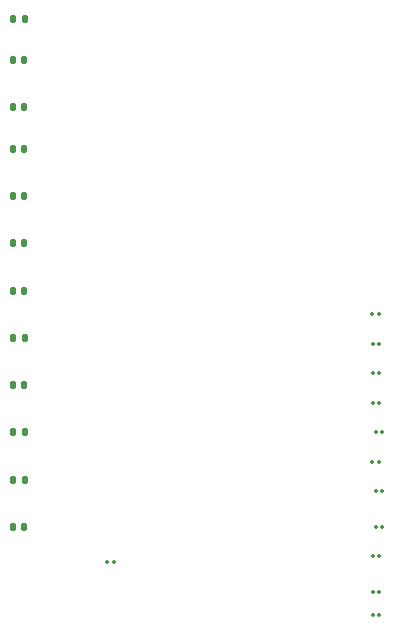
<source format=gbr>
%TF.GenerationSoftware,KiCad,Pcbnew,8.0.3*%
%TF.CreationDate,2024-08-30T12:54:20-04:00*%
%TF.ProjectId,matrix,6d617472-6978-42e6-9b69-6361645f7063,rev?*%
%TF.SameCoordinates,Original*%
%TF.FileFunction,Paste,Top*%
%TF.FilePolarity,Positive*%
%FSLAX46Y46*%
G04 Gerber Fmt 4.6, Leading zero omitted, Abs format (unit mm)*
G04 Created by KiCad (PCBNEW 8.0.3) date 2024-08-30 12:54:20*
%MOMM*%
%LPD*%
G01*
G04 APERTURE LIST*
G04 Aperture macros list*
%AMRoundRect*
0 Rectangle with rounded corners*
0 $1 Rounding radius*
0 $2 $3 $4 $5 $6 $7 $8 $9 X,Y pos of 4 corners*
0 Add a 4 corners polygon primitive as box body*
4,1,4,$2,$3,$4,$5,$6,$7,$8,$9,$2,$3,0*
0 Add four circle primitives for the rounded corners*
1,1,$1+$1,$2,$3*
1,1,$1+$1,$4,$5*
1,1,$1+$1,$6,$7*
1,1,$1+$1,$8,$9*
0 Add four rect primitives between the rounded corners*
20,1,$1+$1,$2,$3,$4,$5,0*
20,1,$1+$1,$4,$5,$6,$7,0*
20,1,$1+$1,$6,$7,$8,$9,0*
20,1,$1+$1,$8,$9,$2,$3,0*%
G04 Aperture macros list end*
%ADD10RoundRect,0.147500X-0.147500X-0.172500X0.147500X-0.172500X0.147500X0.172500X-0.147500X0.172500X0*%
%ADD11RoundRect,0.067500X-0.067500X-0.067500X0.067500X-0.067500X0.067500X0.067500X-0.067500X0.067500X0*%
G04 APERTURE END LIST*
D10*
%TO.C,D10*%
X48500000Y-81000000D03*
X49470000Y-81000000D03*
%TD*%
%TO.C,D11*%
X48515000Y-77000000D03*
X49485000Y-77000000D03*
%TD*%
D11*
%TO.C,R8*%
X79225000Y-108500000D03*
X79775000Y-108500000D03*
%TD*%
%TO.C,R4*%
X78975000Y-119000000D03*
X79525000Y-119000000D03*
%TD*%
%TO.C,R5*%
X79225000Y-116500000D03*
X79775000Y-116500000D03*
%TD*%
%TO.C,R6*%
X79225000Y-113500000D03*
X79775000Y-113500000D03*
%TD*%
D10*
%TO.C,D8*%
X48515000Y-88500000D03*
X49485000Y-88500000D03*
%TD*%
D11*
%TO.C,R10*%
X78975000Y-103500000D03*
X79525000Y-103500000D03*
%TD*%
D10*
%TO.C,D1*%
X48515000Y-116500000D03*
X49485000Y-116500000D03*
%TD*%
%TO.C,D5*%
X48530000Y-100500000D03*
X49500000Y-100500000D03*
%TD*%
D11*
%TO.C,R12*%
X78950000Y-98500000D03*
X79500000Y-98500000D03*
%TD*%
D10*
%TO.C,D2*%
X48530000Y-112500000D03*
X49500000Y-112500000D03*
%TD*%
%TO.C,D3*%
X48530000Y-108500000D03*
X49500000Y-108500000D03*
%TD*%
D11*
%TO.C,R2*%
X78975000Y-124000000D03*
X79525000Y-124000000D03*
%TD*%
D10*
%TO.C,D7*%
X48500000Y-92500000D03*
X49470000Y-92500000D03*
%TD*%
D11*
%TO.C,R9*%
X78975000Y-106000000D03*
X79525000Y-106000000D03*
%TD*%
%TO.C,R11*%
X78975000Y-101000000D03*
X79525000Y-101000000D03*
%TD*%
D10*
%TO.C,D6*%
X48515000Y-96500000D03*
X49485000Y-96500000D03*
%TD*%
D11*
%TO.C,R1*%
X56475000Y-119500000D03*
X57025000Y-119500000D03*
%TD*%
D10*
%TO.C,D12*%
X48530000Y-73500000D03*
X49500000Y-73500000D03*
%TD*%
D11*
%TO.C,R3*%
X78975000Y-122000000D03*
X79525000Y-122000000D03*
%TD*%
D10*
%TO.C,D9*%
X48515000Y-84500000D03*
X49485000Y-84500000D03*
%TD*%
D11*
%TO.C,R7*%
X78950000Y-111000000D03*
X79500000Y-111000000D03*
%TD*%
D10*
%TO.C,D4*%
X48500000Y-104500000D03*
X49470000Y-104500000D03*
%TD*%
M02*

</source>
